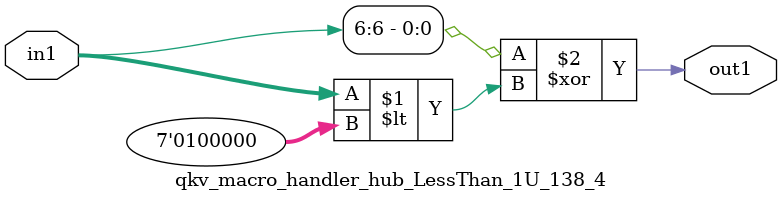
<source format=v>

`timescale 1ps / 1ps


module qkv_macro_handler_hub_LessThan_1U_138_4( in1, out1 );

    input [6:0] in1;
    output out1;

    
    // rtl_process:qkv_macro_handler_hub_LessThan_1U_138_4/qkv_macro_handler_hub_LessThan_1U_138_4_thread_1
    assign out1 = (in1[6] ^ in1 < 7'd032);

endmodule


</source>
